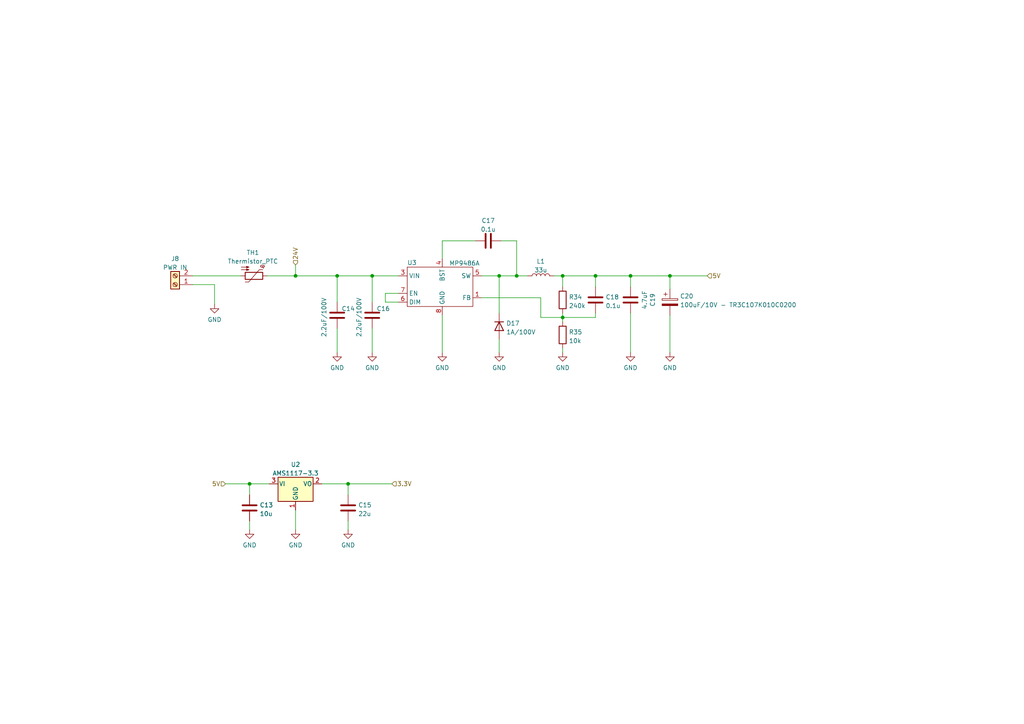
<source format=kicad_sch>
(kicad_sch (version 20211123) (generator eeschema)
  (paper "A4")
  (title_block (title "FloatPUMP Schematics") (date "2022-11-11") (rev "1.0") (company "robtor.de") (comment 1 "Controller board for up to 3 water pumps") (comment 2 "measuring capabilities with piezoresistive pressure sensors") (comment 3 "sensor input Range 4mA-20mA"))
  (lib_symbols
    (symbol "Connector:Screw_Terminal_01x02" (pin_names (offset 1.016) hide)
      (property "Reference" "J" (at 0 2.54 0))
      (property "Value" "Screw_Terminal_01x02" (at 0 -5.08 0))
      (symbol "Screw_Terminal_01x02_1_1"
        (rectangle (start -1.27 1.27) (end 1.27 -3.81) (stroke (width 0.254)) (fill (type background)))
        (circle (center 0 -2.54) (radius 0.635) (stroke (width 0.1524)))
        (polyline (pts (xy -0.5334 -2.2098) (xy 0.3302 -3.048)) (stroke (width 0.1524)))
        (polyline (pts (xy -0.5334 0.3302) (xy 0.3302 -0.508)) (stroke (width 0.1524)))
        (polyline (pts (xy -0.3556 -2.032) (xy 0.508 -2.8702)) (stroke (width 0.1524)))
        (polyline (pts (xy -0.3556 0.508) (xy 0.508 -0.3302)) (stroke (width 0.1524)))
        (circle (center 0 0) (radius 0.635) (stroke (width 0.1524)))
        (pin passive line (at -5.08 0 0) (length 3.81) (name "Pin_1") (number "1"))
        (pin passive line (at -5.08 -2.54 0) (length 3.81) (name "Pin_2") (number "2"))
      )
    )
    (symbol "Device:C" (pin_numbers hide) (pin_names (offset 0.254))
      (property "Reference" "C" (at 0.635 2.54 0))
      (property "Value" "C" (at 0.635 -2.54 0))
      (symbol "C_0_1"
        (polyline (pts (xy -2.032 -0.762) (xy 2.032 -0.762)) (stroke (width 0.508)))
        (polyline (pts (xy -2.032 0.762) (xy 2.032 0.762)) (stroke (width 0.508)))
      )
      (symbol "C_1_1"
        (pin passive line (at 0 3.81 270) (length 2.794) (name "~") (number "1"))
        (pin passive line (at 0 -3.81 90) (length 2.794) (name "~") (number "2"))
      )
    )
    (symbol "Device:C_Polarized" (pin_numbers hide) (pin_names (offset 0.254))
      (property "Reference" "C" (at 0.635 2.54 0))
      (property "Value" "C_Polarized" (at 0.635 -2.54 0))
      (symbol "C_Polarized_0_1"
        (rectangle (start -2.286 0.508) (end 2.286 1.016))
        (polyline (pts (xy -1.778 2.286) (xy -0.762 2.286)))
        (polyline (pts (xy -1.27 2.794) (xy -1.27 1.778)))
        (rectangle (start 2.286 -0.508) (end -2.286 -1.016) (fill (type outline)))
      )
      (symbol "C_Polarized_1_1"
        (pin passive line (at 0 3.81 270) (length 2.794) (name "~") (number "1"))
        (pin passive line (at 0 -3.81 90) (length 2.794) (name "~") (number "2"))
      )
    )
    (symbol "Device:D" (pin_numbers hide) (pin_names (offset 1.016) hide)
      (property "Reference" "D" (at 0 2.54 0))
      (property "Value" "D" (at 0 -2.54 0))
      (symbol "D_0_1"
        (polyline (pts (xy -1.27 1.27) (xy -1.27 -1.27)) (stroke (width 0.254)))
        (polyline (pts (xy 1.27 0) (xy -1.27 0)))
        (polyline (pts (xy 1.27 1.27) (xy 1.27 -1.27) (xy -1.27 0) (xy 1.27 1.27)) (stroke (width 0.254)))
      )
      (symbol "D_1_1"
        (pin passive line (at -3.81 0 0) (length 2.54) (name "K") (number "1"))
        (pin passive line (at 3.81 0 180) (length 2.54) (name "A") (number "2"))
      )
    )
    (symbol "Device:L" (pin_numbers hide) (pin_names (offset 1.016) hide)
      (property "Reference" "L" (at -1.27 0 90))
      (property "Value" "L" (at 1.905 0 90))
      (symbol "L_0_1"
        (arc (start 0 -2.54) (mid 0.635 -1.905) (end 0 -1.27))
        (arc (start 0 -1.27) (mid 0.635 -0.635) (end 0 0))
        (arc (start 0 0) (mid 0.635 0.635) (end 0 1.27))
        (arc (start 0 1.27) (mid 0.635 1.905) (end 0 2.54))
      )
      (symbol "L_1_1"
        (pin passive line (at 0 3.81 270) (length 1.27) (name "1") (number "1"))
        (pin passive line (at 0 -3.81 90) (length 1.27) (name "2") (number "2"))
      )
    )
    (symbol "Device:R" (pin_numbers hide) (pin_names (offset 0))
      (property "Reference" "R" (at 2.032 0 90))
      (property "Value" "R" (at 0 0 90))
      (symbol "R_0_1"
        (rectangle (start -1.016 -2.54) (end 1.016 2.54) (stroke (width 0.254)))
      )
      (symbol "R_1_1"
        (pin passive line (at 0 3.81 270) (length 1.27) (name "~") (number "1"))
        (pin passive line (at 0 -3.81 90) (length 1.27) (name "~") (number "2"))
      )
    )
    (symbol "Device:Thermistor_PTC" (pin_numbers hide) (pin_names (offset 0))
      (property "Reference" "TH" (at -4.064 0 90))
      (property "Value" "Thermistor_PTC" (at 3.048 0 90))
      (symbol "Thermistor_PTC_0_1"
        (arc (start -3.048 2.159) (mid -3.0495 2.3143) (end -3.175 2.413))
        (arc (start -3.048 2.159) (mid -2.9736 1.9794) (end -2.794 1.905))
        (arc (start -3.048 2.794) (mid -2.9736 2.6144) (end -2.794 2.54))
        (arc (start -2.794 1.905) (mid -2.6144 1.9794) (end -2.54 2.159))
        (arc (start -2.794 2.54) (mid -2.4393 2.5587) (end -2.159 2.794))
        (arc (start -2.794 3.048) (mid -2.9736 2.9736) (end -3.048 2.794))
        (arc (start -2.54 2.794) (mid -2.6144 2.9736) (end -2.794 3.048))
        (rectangle (start -1.016 2.54) (end 1.016 -2.54) (stroke (width 0.254)))
        (polyline (pts (xy -2.54 2.159) (xy -2.54 2.794)))
        (polyline (pts (xy -1.778 2.54) (xy -1.778 1.524) (xy 1.778 -1.524) (xy 1.778 -2.54)))
        (polyline (pts (xy -2.54 -3.683) (xy -2.54 -1.397) (xy -2.794 -2.159) (xy -2.286 -2.159) (xy -2.54 -1.397) (xy -2.54 -1.651)) (fill (type outline)))
        (polyline (pts (xy -1.778 -3.683) (xy -1.778 -1.397) (xy -2.032 -2.159) (xy -1.524 -2.159) (xy -1.778 -1.397) (xy -1.778 -1.651)) (fill (type outline)))
      )
      (symbol "Thermistor_PTC_1_1"
        (pin passive line (at 0 3.81 270) (length 1.27) (name "~") (number "1"))
        (pin passive line (at 0 -3.81 90) (length 1.27) (name "~") (number "2"))
      )
    )
    (symbol "Regulator_Linear:AMS1117-3.3" (pin_names (offset 0.254))
      (property "Reference" "U" (at -3.81 3.175 0))
      (property "Value" "AMS1117-3.3" (at 0 3.175 0))
      (symbol "AMS1117-3.3_0_1"
        (rectangle (start -5.08 -5.08) (end 5.08 1.905) (stroke (width 0.254)) (fill (type background)))
      )
      (symbol "AMS1117-3.3_1_1"
        (pin power_in line (at 0 -7.62 90) (length 2.54) (name "GND") (number "1"))
        (pin power_out line (at 7.62 0 180) (length 2.54) (name "VO") (number "2"))
        (pin power_in line (at -7.62 0 0) (length 2.54) (name "VI") (number "3"))
      )
    )
    (symbol "custom_parts:MP9486A"
      (property "Reference" "U" (at -3.81 7.62 0))
      (property "Value" "MP9486A" (at 3.81 1.27 0))
      (symbol "MP9486A_0_1"
        (rectangle (start -5.08 6.35) (end 13.97 -5.08) (stroke (width 0.1524)))
      )
      (symbol "MP9486A_1_1"
        (pin input line (at 16.51 -2.54 180) (length 2.54) (name "FB") (number "1"))
        (pin power_in line (at -7.62 3.81 0) (length 2.54) (name "VIN") (number "3"))
        (pin bidirectional line (at 5.08 8.89 270) (length 2.54) (name "BST") (number "4"))
        (pin power_out line (at 16.51 3.81 180) (length 2.54) (name "SW") (number "5"))
        (pin input line (at -7.62 -3.81 0) (length 2.54) (name "DIM") (number "6"))
        (pin input line (at -7.62 -1.27 0) (length 2.54) (name "EN") (number "7"))
        (pin power_out line (at 5.08 -7.62 90) (length 2.54) (name "GND") (number "8"))
      )
    )
    (symbol "power:GND" (power) (pin_names (offset 0))
      (property "Value" "GND" (at 0 -3.81 0))
      (symbol "GND_0_1"
        (polyline (pts (xy 0 0) (xy 0 -1.27) (xy 1.27 -1.27) (xy 0 -2.54) (xy -1.27 -1.27) (xy 0 -1.27)))
      )
      (symbol "GND_1_1"
        (pin power_in line (at 0 0 270) (length 0) hide (name "GND") (number "1"))
      )
    )
  )
  (junction (at 85.725 80.01))
  (junction (at 97.79 80.01))
  (junction (at 163.195 80.01))
  (junction (at 107.95 80.01))
  (junction (at 172.72 80.01))
  (junction (at 144.78 80.01))
  (junction (at 72.39 140.335))
  (junction (at 163.195 92.075))
  (junction (at 182.88 80.01))
  (junction (at 194.31 80.01))
  (junction (at 100.965 140.335))
  (junction (at 149.86 80.01))
  (wire (pts (xy 55.88 80.01) (xy 69.85 80.01)))
  (wire (pts (xy 163.195 92.075) (xy 163.195 93.345)))
  (wire (pts (xy 172.72 92.075) (xy 163.195 92.075)))
  (wire (pts (xy 128.27 69.85) (xy 128.27 74.93)))
  (wire (pts (xy 85.725 80.01) (xy 97.79 80.01)))
  (wire (pts (xy 111.76 87.63) (xy 111.76 85.09)))
  (wire (pts (xy 145.415 69.85) (xy 149.86 69.85)))
  (wire (pts (xy 100.965 143.51) (xy 100.965 140.335)))
  (wire (pts (xy 111.76 85.09) (xy 115.57 85.09)))
  (wire (pts (xy 172.72 90.805) (xy 172.72 92.075)))
  (wire (pts (xy 149.86 69.85) (xy 149.86 80.01)))
  (wire (pts (xy 163.195 80.01) (xy 160.655 80.01)))
  (wire (pts (xy 77.47 80.01) (xy 85.725 80.01)))
  (wire (pts (xy 93.345 140.335) (xy 100.965 140.335)))
  (wire (pts (xy 107.95 80.01) (xy 107.95 87.63)))
  (wire (pts (xy 144.78 98.425) (xy 144.78 102.235)))
  (wire (pts (xy 194.31 83.82) (xy 194.31 80.01)))
  (wire (pts (xy 55.88 82.55) (xy 62.23 82.55)))
  (wire (pts (xy 172.72 83.185) (xy 172.72 80.01)))
  (wire (pts (xy 85.725 76.835) (xy 85.725 80.01)))
  (wire (pts (xy 85.725 153.67) (xy 85.725 147.955)))
  (wire (pts (xy 100.965 151.13) (xy 100.965 153.67)))
  (wire (pts (xy 107.95 95.25) (xy 107.95 102.235)))
  (wire (pts (xy 65.405 140.335) (xy 72.39 140.335)))
  (wire (pts (xy 97.79 80.01) (xy 107.95 80.01)))
  (wire (pts (xy 194.31 80.01) (xy 205.105 80.01)))
  (wire (pts (xy 163.195 80.01) (xy 172.72 80.01)))
  (wire (pts (xy 72.39 151.13) (xy 72.39 153.67)))
  (wire (pts (xy 137.795 69.85) (xy 128.27 69.85)))
  (wire (pts (xy 182.88 90.805) (xy 182.88 102.235)))
  (wire (pts (xy 97.79 95.25) (xy 97.79 102.235)))
  (wire (pts (xy 128.27 91.44) (xy 128.27 102.235)))
  (wire (pts (xy 107.95 80.01) (xy 115.57 80.01)))
  (wire (pts (xy 163.195 90.805) (xy 163.195 92.075)))
  (wire (pts (xy 62.23 82.55) (xy 62.23 88.265)))
  (wire (pts (xy 163.195 100.965) (xy 163.195 102.235)))
  (wire (pts (xy 115.57 87.63) (xy 111.76 87.63)))
  (wire (pts (xy 156.845 92.075) (xy 163.195 92.075)))
  (wire (pts (xy 144.78 80.01) (xy 139.7 80.01)))
  (wire (pts (xy 97.79 80.01) (xy 97.79 87.63)))
  (wire (pts (xy 149.86 80.01) (xy 144.78 80.01)))
  (wire (pts (xy 194.31 91.44) (xy 194.31 102.235)))
  (wire (pts (xy 194.31 80.01) (xy 182.88 80.01)))
  (wire (pts (xy 139.7 86.36) (xy 156.845 86.36)))
  (wire (pts (xy 182.88 80.01) (xy 172.72 80.01)))
  (wire (pts (xy 72.39 140.335) (xy 72.39 143.51)))
  (wire (pts (xy 156.845 86.36) (xy 156.845 92.075)))
  (wire (pts (xy 144.78 90.805) (xy 144.78 80.01)))
  (wire (pts (xy 72.39 140.335) (xy 78.105 140.335)))
  (wire (pts (xy 100.965 140.335) (xy 113.665 140.335)))
  (wire (pts (xy 163.195 83.185) (xy 163.195 80.01)))
  (wire (pts (xy 182.88 83.185) (xy 182.88 80.01)))
  (wire (pts (xy 149.86 80.01) (xy 153.035 80.01)))
  (hierarchical_label "5V" (shape input) (at 205.105 80.01 0))
  (hierarchical_label "5V" (shape input) (at 65.405 140.335 180))
  (hierarchical_label "24V" (shape input) (at 85.725 76.835 90))
  (hierarchical_label "3.3V" (shape input) (at 113.665 140.335 0))
  (symbol (lib_id "custom_parts:MP9486A") (at 123.19 83.82 0) (unit 1)
    (property "Reference" "U3" (at 118.11 76.2 0) (effects (justify left)))
    (property "Value" "MP9486A" (at 130.2894 76.3579 0) (effects (justify left)))
    (property "Footprint" "custom_parts:MP9486A-SOIC-8" (effects hide))
    (property "Datasheet" "https://www.monolithicpower.com/pub/media/document/m/p/mp9486a_r1.0.pdf" (effects hide))
    (property "JLCPCB" "C404013" (effects hide))
  )
  (symbol (lib_id "Device:R") (at 163.195 97.155 0) (unit 1)
    (property "Reference" "R35" (at 164.973 96.3203 0) (effects (justify left)))
    (property "Value" "10k" (at 164.973 98.8572 0) (effects (justify left)))
    (property "Footprint" "Resistor_SMD:R_0603_1608Metric" (effects hide))
    (property "JLCPCB" "C238881" (effects hide))
  )
  (symbol (lib_id "power:GND") (at 72.39 153.67 0) (unit 1)
    (property "Reference" "#PWR073" (effects hide))
    (property "Value" "GND" (at 72.39 158.1134 0))
  )
  (symbol (lib_id "Device:C") (at 100.965 147.32 0) (unit 1)
    (property "Reference" "C15" (at 103.886 146.4853 0) (effects (justify left)))
    (property "Value" "22u" (at 103.886 149.0222 0) (effects (justify left)))
    (property "Footprint" "Capacitor_Tantalum_SMD:CP_EIA-3216-18_Kemet-A" (effects hide))
    (property "JLCPCB" "C129272" (effects hide))
  )
  (symbol (lib_id "power:GND") (at 182.88 102.235 0) (unit 1)
    (property "Reference" "#PWR081" (effects hide))
    (property "Value" "GND" (at 182.88 106.6784 0))
  )
  (symbol (lib_id "power:GND") (at 107.95 102.235 0) (unit 1)
    (property "Reference" "#PWR077" (effects hide))
    (property "Value" "GND" (at 107.95 106.6784 0))
  )
  (symbol (lib_id "Device:C") (at 97.79 91.44 180) (unit 1)
    (property "Reference" "C14" (at 99.06 89.535 0) (effects (justify right)))
    (property "Value" "2.2uF/100V" (at 93.98 97.79 90) (effects (justify right)))
    (property "Footprint" "Capacitor_SMD:C_1206_3216Metric" (effects hide))
    (property "Datasheet" "https://datasheet.lcsc.com/lcsc/2007130933_Samsung-Electro-Mechanics-CL31B225KCHSNNE_C170101.pdf" (effects hide))
    (property "JLCPCB" "C170101" (effects hide))
  )
  (symbol (lib_id "Device:D") (at 144.78 94.615 270) (unit 1)
    (property "Reference" "D17" (at 146.812 93.7803 90) (effects (justify left)))
    (property "Value" "1A/100V" (at 146.812 96.3172 90) (effects (justify left)))
    (property "Footprint" "Diode_SMD:D_SOD-123F" (effects hide))
    (property "Datasheet" "https://datasheet.lcsc.com/lcsc/1912111437_MCC-Micro-Commercial-Components-SM4002PL-TP_C151753.pdf" (effects hide))
    (property "JLCPCB" "C151753" (effects hide))
  )
  (symbol (lib_id "Device:C") (at 72.39 147.32 0) (unit 1)
    (property "Reference" "C13" (at 75.311 146.4853 0) (effects (justify left)))
    (property "Value" "10u" (at 75.311 149.0222 0) (effects (justify left)))
    (property "Footprint" "Capacitor_Tantalum_SMD:CP_EIA-3216-18_Kemet-A" (effects hide))
    (property "JLCPCB" "C7177" (effects hide))
  )
  (symbol (lib_id "Device:L") (at 156.845 80.01 90) (unit 1)
    (property "Reference" "L1" (at 156.845 75.8022 90))
    (property "Value" "33u" (at 156.845 78.3391 90))
    (property "Footprint" "custom_parts:L_MS1040-330M" (effects hide))
    (property "Datasheet" "https://datasheet.lcsc.com/lcsc/1912111437_COILMX-MS1040-330M_C380056.pdf" (effects hide))
    (property "JLCPCB" "C380056" (effects hide))
  )
  (symbol (lib_id "power:GND") (at 85.725 153.67 0) (unit 1)
    (property "Reference" "#PWR074" (effects hide))
    (property "Value" "GND" (at 85.725 158.1134 0))
  )
  (symbol (lib_id "Device:R") (at 163.195 86.995 0) (unit 1)
    (property "Reference" "R34" (at 164.973 86.1603 0) (effects (justify left)))
    (property "Value" "240k" (at 164.973 88.6972 0) (effects (justify left)))
    (property "Footprint" "Resistor_SMD:R_0603_1608Metric" (effects hide))
    (property "Datasheet" "https://datasheet.lcsc.com/lcsc/2206010230_UNI-ROYAL-Uniroyal-Elec-0603WAF2403T5E_C4197.pdf" (effects hide))
    (property "JLCPCB" "C4197" (effects hide))
  )
  (symbol (lib_id "power:GND") (at 144.78 102.235 0) (unit 1)
    (property "Reference" "#PWR079" (effects hide))
    (property "Value" "GND" (at 144.78 106.6784 0))
  )
  (symbol (lib_id "Connector:Screw_Terminal_01x02") (at 50.8 82.55 180) (unit 1)
    (property "Reference" "J8" (at 50.8 75.0402 0))
    (property "Value" "PWR IN" (at 50.8 77.5771 0))
    (property "Footprint" "TerminalBlock:TerminalBlock_Altech_AK300-2_P5.00mm" (effects hide))
  )
  (symbol (lib_id "Device:C") (at 107.95 91.44 180) (unit 1)
    (property "Reference" "C16" (at 109.22 89.535 0) (effects (justify right)))
    (property "Value" "2.2uF/100V" (at 104.14 97.79 90) (effects (justify right)))
    (property "Footprint" "Capacitor_SMD:C_1206_3216Metric" (effects hide))
    (property "Datasheet" "https://datasheet.lcsc.com/lcsc/2007130933_Samsung-Electro-Mechanics-CL31B225KCHSNNE_C170101.pdf" (effects hide))
    (property "JLCPCB" "C170101" (effects hide))
  )
  (symbol (lib_id "power:GND") (at 128.27 102.235 0) (unit 1)
    (property "Reference" "#PWR078" (effects hide))
    (property "Value" "GND" (at 128.27 106.6784 0))
  )
  (symbol (lib_id "Device:Thermistor_PTC") (at 73.66 80.01 270) (unit 1)
    (property "Reference" "TH1" (at 73.3425 73.2622 90))
    (property "Value" "Thermistor_PTC" (at 73.3425 75.7991 90))
    (property "Footprint" "Resistor_THT:R_Axial_DIN0204_L3.6mm_D1.6mm_P5.08mm_Horizontal" (effects hide))
  )
  (symbol (lib_id "Device:C") (at 182.88 86.995 180) (unit 1)
    (property "Reference" "C19" (at 189.2808 86.995 90))
    (property "Value" "4.7uF" (at 186.9694 86.995 90))
    (property "Footprint" "Capacitor_SMD:C_0603_1608Metric" (effects hide))
    (property "JLCPCB" " C152896 " (effects hide))
  )
  (symbol (lib_id "power:GND") (at 97.79 102.235 0) (unit 1)
    (property "Reference" "#PWR075" (effects hide))
    (property "Value" "GND" (at 97.79 106.6784 0))
  )
  (symbol (lib_id "power:GND") (at 194.31 102.235 0) (unit 1)
    (property "Reference" "#PWR082" (effects hide))
    (property "Value" "GND" (at 194.31 106.6784 0))
  )
  (symbol (lib_id "power:GND") (at 100.965 153.67 0) (unit 1)
    (property "Reference" "#PWR076" (effects hide))
    (property "Value" "GND" (at 100.965 158.1134 0))
  )
  (symbol (lib_id "power:GND") (at 62.23 88.265 0) (unit 1)
    (property "Reference" "#PWR072" (effects hide))
    (property "Value" "GND" (at 62.23 92.7084 0))
  )
  (symbol (lib_id "Regulator_Linear:AMS1117-3.3") (at 85.725 140.335 0) (unit 1)
    (property "Reference" "U2" (at 85.725 134.7302 0))
    (property "Value" "AMS1117-3.3" (at 85.725 137.2671 0))
    (property "Footprint" "Package_TO_SOT_SMD:SOT-223-3_TabPin2" (effects hide))
    (property "Datasheet" "https://datasheet.lcsc.com/lcsc/2110121330_YONGYUTAI-AMS1117-3-3_C2904742.pdf" (effects hide))
    (property "JLCPCB" "C2904742" (effects hide))
  )
  (symbol (lib_id "Device:C_Polarized") (at 194.31 87.63 0) (unit 1)
    (property "Reference" "C20" (at 197.231 85.9063 0) (effects (justify left)))
    (property "Value" "100uF/10V - TR3C107K010C0200" (at 197.231 88.4432 0) (effects (justify left)))
    (property "Footprint" "Capacitor_Tantalum_SMD:CP_EIA-7343-31_Kemet-D" (effects hide))
    (property "JLCPCB" "C171666" (effects hide))
  )
  (symbol (lib_id "Device:C") (at 172.72 86.995 180) (unit 1)
    (property "Reference" "C18" (at 175.641 86.1603 0) (effects (justify right)))
    (property "Value" "0.1u" (at 175.641 88.6972 0) (effects (justify right)))
    (property "Footprint" "Capacitor_SMD:C_0603_1608Metric" (effects hide))
    (property "Datasheet" "https://datasheet.lcsc.com/lcsc/1811092010_Samsung-Electro-Mechanics-CL10B104KA8NNNC_C1590.pdf" (effects hide))
    (property "JLCPCB" "C1590" (effects hide))
  )
  (symbol (lib_id "Device:C") (at 141.605 69.85 90) (unit 1)
    (property "Reference" "C17" (at 141.605 63.9912 90))
    (property "Value" "0.1u" (at 141.605 66.5281 90))
    (property "Footprint" "Capacitor_SMD:C_0603_1608Metric" (effects hide))
    (property "Datasheet" "https://datasheet.lcsc.com/lcsc/1811092010_Samsung-Electro-Mechanics-CL10B104KA8NNNC_C1590.pdf" (effects hide))
    (property "JLCPCB" "C1590" (effects hide))
  )
  (symbol (lib_id "power:GND") (at 163.195 102.235 0) (unit 1)
    (property "Reference" "#PWR080" (effects hide))
    (property "Value" "GND" (at 163.195 106.6784 0))
  )
)
</source>
